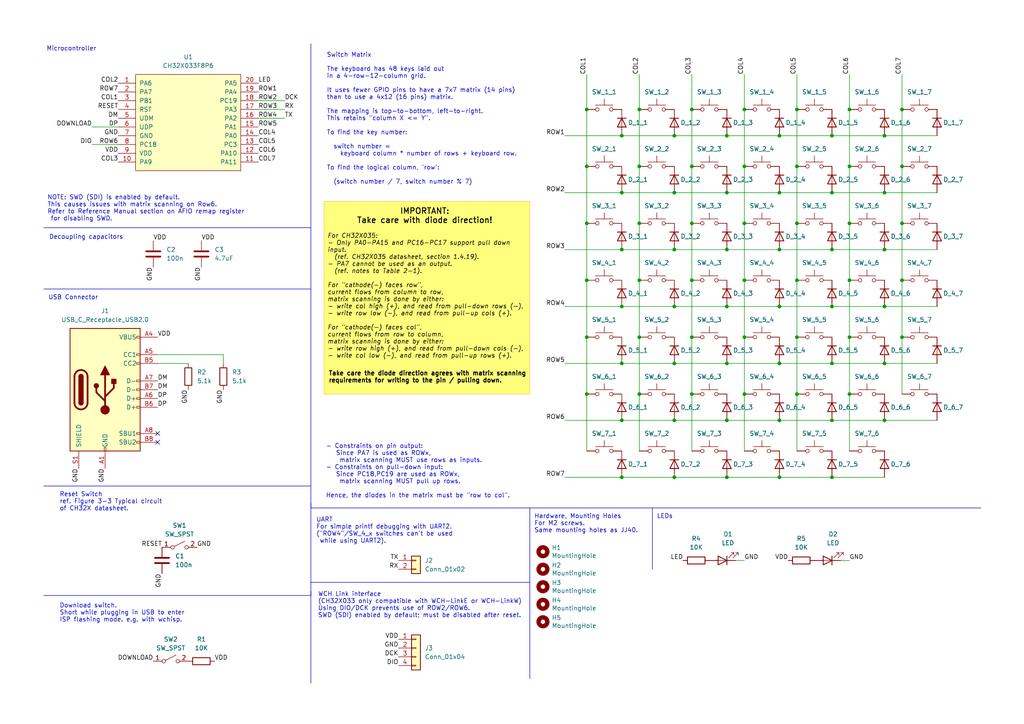
<source format=kicad_sch>
(kicad_sch (version 20231120) (generator "eeschema") (generator_version "8.0")
  (paper "A4")
  (title_block (title "CH32X-48") (date "2025-03-12") (rev "rev2025.4") (company "Richard Goulter (rgoulter)") (comment 1 "48-key on 7x7 digital matrix.") (comment 2 "Simple 4x12 ortholinear keyboard using CH32X MCU.") (comment 3 "Project: https://github.com/rgoulter/keyboard-labs"))
  (junction (at 231.14 97.79))
  (junction (at 256.54 105.41))
  (junction (at 195.58 39.37))
  (junction (at 200.66 31.75))
  (junction (at 226.06 72.39))
  (junction (at 231.14 81.28))
  (junction (at 256.54 121.92))
  (junction (at 256.54 88.9))
  (junction (at 170.18 48.26))
  (junction (at 180.34 138.43))
  (junction (at 195.58 138.43))
  (junction (at 195.58 55.88))
  (junction (at 200.66 97.79))
  (junction (at 210.82 105.41))
  (junction (at 210.82 72.39))
  (junction (at 261.62 81.28))
  (junction (at 226.06 55.88))
  (junction (at 215.9 31.75))
  (junction (at 180.34 39.37))
  (junction (at 226.06 88.9))
  (junction (at 185.42 81.28))
  (junction (at 180.34 121.92))
  (junction (at 261.62 64.77))
  (junction (at 185.42 114.3))
  (junction (at 195.58 105.41))
  (junction (at 180.34 55.88))
  (junction (at 246.38 48.26))
  (junction (at 215.9 81.28))
  (junction (at 200.66 48.26))
  (junction (at 170.18 31.75))
  (junction (at 231.14 48.26))
  (junction (at 195.58 121.92))
  (junction (at 226.06 138.43))
  (junction (at 241.3 138.43))
  (junction (at 210.82 55.88))
  (junction (at 185.42 64.77))
  (junction (at 246.38 97.79))
  (junction (at 231.14 114.3))
  (junction (at 185.42 48.26))
  (junction (at 226.06 121.92))
  (junction (at 215.9 114.3))
  (junction (at 231.14 64.77))
  (junction (at 180.34 105.41))
  (junction (at 241.3 39.37))
  (junction (at 241.3 88.9))
  (junction (at 246.38 81.28))
  (junction (at 226.06 105.41))
  (junction (at 170.18 64.77))
  (junction (at 180.34 88.9))
  (junction (at 185.42 31.75))
  (junction (at 256.54 72.39))
  (junction (at 241.3 55.88))
  (junction (at 246.38 114.3))
  (junction (at 261.62 48.26))
  (junction (at 215.9 97.79))
  (junction (at 195.58 72.39))
  (junction (at 226.06 39.37))
  (junction (at 170.18 81.28))
  (junction (at 241.3 105.41))
  (junction (at 246.38 31.75))
  (junction (at 231.14 31.75))
  (junction (at 210.82 88.9))
  (junction (at 210.82 138.43))
  (junction (at 210.82 121.92))
  (junction (at 256.54 55.88))
  (junction (at 261.62 97.79))
  (junction (at 241.3 121.92))
  (junction (at 261.62 31.75))
  (junction (at 241.3 72.39))
  (junction (at 215.9 48.26))
  (junction (at 170.18 97.79))
  (junction (at 185.42 97.79))
  (junction (at 246.38 64.77))
  (junction (at 210.82 39.37))
  (junction (at 200.66 64.77))
  (junction (at 215.9 64.77))
  (junction (at 256.54 39.37))
  (junction (at 200.66 114.3))
  (junction (at 200.66 81.28))
  (junction (at 180.34 72.39))
  (junction (at 195.58 88.9))
  (junction (at 170.18 114.3))
  (no_connect (at 45.72 125.73))
  (no_connect (at 45.72 128.27))
  (wire (pts (xy 231.14 114.3) (xy 231.14 130.81)))
  (wire (pts (xy 261.62 64.77) (xy 261.62 81.28)))
  (wire (pts (xy 215.9 21.59) (xy 215.9 31.75)))
  (polyline (pts (xy 90.17 147.32) (xy 284.48 147.32)))
  (wire (pts (xy 261.62 48.26) (xy 261.62 64.77)))
  (polyline (pts (xy 12.7 140.97) (xy 90.17 140.97)))
  (polyline (pts (xy 12.7 172.72) (xy 90.17 172.72)))
  (wire (pts (xy 241.3 138.43) (xy 256.54 138.43)))
  (wire (pts (xy 210.82 121.92) (xy 226.06 121.92)))
  (wire (pts (xy 170.18 114.3) (xy 170.18 130.81)))
  (wire (pts (xy 246.38 81.28) (xy 246.38 97.79)))
  (wire (pts (xy 163.83 121.92) (xy 180.34 121.92)))
  (wire (pts (xy 200.66 31.75) (xy 200.66 48.26)))
  (wire (pts (xy 195.58 138.43) (xy 210.82 138.43)))
  (wire (pts (xy 200.66 81.28) (xy 200.66 97.79)))
  (wire (pts (xy 200.66 64.77) (xy 200.66 81.28)))
  (polyline (pts (xy 12.7 66.04) (xy 90.17 66.04)))
  (wire (pts (xy 226.06 39.37) (xy 241.3 39.37)))
  (wire (pts (xy 210.82 88.9) (xy 226.06 88.9)))
  (wire (pts (xy 256.54 88.9) (xy 271.78 88.9)))
  (wire (pts (xy 195.58 88.9) (xy 210.82 88.9)))
  (polyline (pts (xy 90.17 172.72) (xy 90.17 171.45)))
  (wire (pts (xy 163.83 138.43) (xy 180.34 138.43)))
  (wire (pts (xy 226.06 88.9) (xy 241.3 88.9)))
  (wire (pts (xy 180.34 105.41) (xy 195.58 105.41)))
  (wire (pts (xy 215.9 81.28) (xy 215.9 97.79)))
  (wire (pts (xy 195.58 121.92) (xy 210.82 121.92)))
  (wire (pts (xy 74.93 31.75) (xy 82.55 31.75)))
  (wire (pts (xy 210.82 55.88) (xy 226.06 55.88)))
  (wire (pts (xy 256.54 55.88) (xy 271.78 55.88)))
  (wire (pts (xy 210.82 105.41) (xy 226.06 105.41)))
  (wire (pts (xy 241.3 105.41) (xy 256.54 105.41)))
  (wire (pts (xy 226.06 121.92) (xy 241.3 121.92)))
  (wire (pts (xy 210.82 138.43) (xy 226.06 138.43)))
  (wire (pts (xy 231.14 81.28) (xy 231.14 97.79)))
  (wire (pts (xy 226.06 105.41) (xy 241.3 105.41)))
  (wire (pts (xy 213.36 162.56) (xy 215.9 162.56)))
  (wire (pts (xy 241.3 88.9) (xy 256.54 88.9)))
  (wire (pts (xy 226.06 72.39) (xy 241.3 72.39)))
  (wire (pts (xy 246.38 97.79) (xy 246.38 114.3)))
  (wire (pts (xy 26.67 41.91) (xy 34.29 41.91)))
  (wire (pts (xy 246.38 48.26) (xy 246.38 64.77)))
  (wire (pts (xy 163.83 55.88) (xy 180.34 55.88)))
  (wire (pts (xy 261.62 81.28) (xy 261.62 97.79)))
  (wire (pts (xy 246.38 64.77) (xy 246.38 81.28)))
  (wire (pts (xy 185.42 81.28) (xy 185.42 97.79)))
  (wire (pts (xy 170.18 48.26) (xy 170.18 64.77)))
  (wire (pts (xy 163.83 72.39) (xy 180.34 72.39)))
  (wire (pts (xy 241.3 121.92) (xy 256.54 121.92)))
  (wire (pts (xy 185.42 31.75) (xy 185.42 48.26)))
  (wire (pts (xy 185.42 64.77) (xy 185.42 81.28)))
  (wire (pts (xy 185.42 97.79) (xy 185.42 114.3)))
  (polyline (pts (xy 90.17 12.7) (xy 90.17 147.32)))
  (wire (pts (xy 45.72 105.41) (xy 54.61 105.41)))
  (wire (pts (xy 231.14 64.77) (xy 231.14 81.28)))
  (wire (pts (xy 226.06 55.88) (xy 241.3 55.88)))
  (wire (pts (xy 256.54 121.92) (xy 271.78 121.92)))
  (wire (pts (xy 215.9 114.3) (xy 215.9 130.81)))
  (wire (pts (xy 180.34 72.39) (xy 195.58 72.39)))
  (wire (pts (xy 241.3 39.37) (xy 256.54 39.37)))
  (wire (pts (xy 170.18 97.79) (xy 170.18 114.3)))
  (wire (pts (xy 26.67 36.83) (xy 34.29 36.83)))
  (wire (pts (xy 246.38 114.3) (xy 246.38 130.81)))
  (wire (pts (xy 200.66 48.26) (xy 200.66 64.77)))
  (wire (pts (xy 45.72 102.87) (xy 64.77 102.87)))
  (wire (pts (xy 185.42 48.26) (xy 185.42 64.77)))
  (wire (pts (xy 261.62 21.59) (xy 261.62 31.75)))
  (wire (pts (xy 74.93 34.29) (xy 82.55 34.29)))
  (wire (pts (xy 170.18 64.77) (xy 170.18 81.28)))
  (wire (pts (xy 241.3 55.88) (xy 256.54 55.88)))
  (wire (pts (xy 180.34 55.88) (xy 195.58 55.88)))
  (wire (pts (xy 215.9 48.26) (xy 215.9 64.77)))
  (wire (pts (xy 256.54 105.41) (xy 271.78 105.41)))
  (wire (pts (xy 246.38 21.59) (xy 246.38 31.75)))
  (wire (pts (xy 64.77 105.41) (xy 64.77 102.87)))
  (wire (pts (xy 241.3 72.39) (xy 256.54 72.39)))
  (wire (pts (xy 256.54 39.37) (xy 271.78 39.37)))
  (wire (pts (xy 215.9 31.75) (xy 215.9 48.26)))
  (wire (pts (xy 243.84 162.56) (xy 246.38 162.56)))
  (polyline (pts (xy 189.23 147.32) (xy 189.23 165.1)))
  (wire (pts (xy 180.34 88.9) (xy 195.58 88.9)))
  (wire (pts (xy 226.06 138.43) (xy 241.3 138.43)))
  (wire (pts (xy 200.66 21.59) (xy 200.66 31.75)))
  (wire (pts (xy 180.34 121.92) (xy 195.58 121.92)))
  (wire (pts (xy 261.62 97.79) (xy 261.62 114.3)))
  (wire (pts (xy 185.42 21.59) (xy 185.42 31.75)))
  (wire (pts (xy 261.62 31.75) (xy 261.62 48.26)))
  (polyline (pts (xy 90.17 168.91) (xy 153.67 168.91)))
  (wire (pts (xy 215.9 64.77) (xy 215.9 81.28)))
  (wire (pts (xy 231.14 48.26) (xy 231.14 64.77)))
  (wire (pts (xy 200.66 97.79) (xy 200.66 114.3)))
  (wire (pts (xy 200.66 114.3) (xy 200.66 130.81)))
  (wire (pts (xy 195.58 39.37) (xy 210.82 39.37)))
  (wire (pts (xy 163.83 88.9) (xy 180.34 88.9)))
  (wire (pts (xy 246.38 31.75) (xy 246.38 48.26)))
  (wire (pts (xy 210.82 39.37) (xy 226.06 39.37)))
  (wire (pts (xy 195.58 105.41) (xy 210.82 105.41)))
  (wire (pts (xy 231.14 31.75) (xy 231.14 48.26)))
  (wire (pts (xy 163.83 39.37) (xy 180.34 39.37)))
  (polyline (pts (xy 90.17 146.05) (xy 90.17 198.12)))
  (wire (pts (xy 195.58 72.39) (xy 210.82 72.39)))
  (polyline (pts (xy 12.7 83.82) (xy 90.17 83.82)))
  (wire (pts (xy 185.42 114.3) (xy 185.42 130.81)))
  (wire (pts (xy 256.54 72.39) (xy 271.78 72.39)))
  (wire (pts (xy 215.9 97.79) (xy 215.9 114.3)))
  (wire (pts (xy 170.18 81.28) (xy 170.18 97.79)))
  (wire (pts (xy 180.34 39.37) (xy 195.58 39.37)))
  (wire (pts (xy 195.58 55.88) (xy 210.82 55.88)))
  (wire (pts (xy 231.14 97.79) (xy 231.14 114.3)))
  (wire (pts (xy 231.14 21.59) (xy 231.14 31.75)))
  (polyline (pts (xy 153.67 147.32) (xy 153.67 196.85)))
  (wire (pts (xy 170.18 31.75) (xy 170.18 48.26)))
  (wire (pts (xy 163.83 105.41) (xy 180.34 105.41)))
  (wire (pts (xy 74.93 29.21) (xy 82.55 29.21)))
  (wire (pts (xy 170.18 21.59) (xy 170.18 31.75)))
  (wire (pts (xy 180.34 138.43) (xy 195.58 138.43)))
  (wire (pts (xy 210.82 72.39) (xy 226.06 72.39)))
  (text_box "\n\n\n\nFor CH32X035:\n- Only PA0-PA15 and PC16-PC17 support pull down input.\n  (ref. CH32X035 datasheet, section 1.4.19).\n- PA7 cannot be used as an output.\n  (ref. notes to Table 2-1).\n\nFor \"cathode(-) faces row\",\ncurrent flows from column to row,\nmatrix scanning is done by either:\n- write col high (+), and read from pull-down rows (-),\n- write row low (-), and read from pull-up cols (+).\n\nFor \"cathode(-) faces col\",\ncurrent flows from row to column,\nmatrix scanning is done by either:\n- write row high (+), and read from pull-down cols (-),\n- write col low (-), and read from pull-up rows (+)." (at 93.98 58.42 0) (size 59.69 55.88) (stroke (width 0.0254) (color 255 153 0 1)) (fill (type color) (color 255 255 0 0.51)) (effects (font (size 1.27 1.27) (italic yes)) (justify left top)))
  (text "- Constraints on pin output:\n   Since PA7 is used as ROWx,\n    matrix scanning MUST use rows as inputs.\n- Constraints on pull-down input:\n   Since PC18,PC19 are used as ROWx,\n    matrix scanning MUST pull up rows.\n\nHence, the diodes in the matrix must be \"row to col\". " (at 94.488 128.778 0) (effects (font (size 1.27 1.27)) (justify left top)))
  (text "Microcontroller" (at 13.462 14.224 0) (effects (font (size 1.27 1.27)) (justify left)))
  (text "USB Connector" (at 13.97 87.122 0) (effects (font (size 1.27 1.27)) (justify left bottom)))
  (text "Reset Switch\nref. Figure 3-3 Typical circuit\nof CH32X datasheet." (at 17.272 148.336 0) (effects (font (size 1.27 1.27)) (justify left bottom)))
  (text "WCH Link interface\n(CH32X033 only compatible with WCH-LinkE or WCH-LinkW)\nUsing DIO/DCK prevents use of ROW2/ROW6.\nSWD (SDI) enabled by default; must be disabled after reset." (at 92.202 179.324 0) (effects (font (size 1.27 1.27)) (justify left bottom)))
  (text "Download switch.\nShort while plugging in USB to enter\nISP flashing mode. e.g. with wchisp." (at 17.272 180.594 0) (effects (font (size 1.27 1.27)) (justify left bottom)))
  (text "Decoupling capacitors" (at 14.224 69.596 0) (effects (font (size 1.27 1.27)) (justify left bottom)))
  (text "IMPORTANT:\nTake care with diode direction!" (at 123.19 62.738 0) (effects (font (size 1.651 1.651) (thickness 0.254) (bold yes))))
  (text "Switch Matrix\n\nThe keyboard has 48 keys laid out\nin a 4-row-12-column grid.\n\nIt uses fewer GPIO pins to have a 7x7 matrix (14 pins)\nthan to use a 4x12 (16 pins) matrix.\n\nThe mapping is top-to-bottom, left-to-right.\nThis retains \"column X <= Y\".\n\nTo find the key number:\n\n  switch number =\n    keyboard column * number of rows + keyboard row.\n\nTo find the logical column, 'row':\n\n  (switch number / 7, switch number % 7)" (at 94.742 53.594 0) (effects (font (size 1.27 1.27)) (justify left bottom)))
  (text "NOTE: SWD (SDI) is enabled by default.\nThis causes issues with matrix scanning on Row6.\nRefer to Reference Manual section on AFIO remap register\n for disabling SWD." (at 13.716 60.452 0) (effects (font (size 1.27 1.27)) (justify left)))
  (text "UART\nFor simple printf debugging with UART2.\n(\"ROW4\"/SW_4_x switches can't be used\n while using UART2)." (at 91.694 157.734 0) (effects (font (size 1.27 1.27)) (justify left bottom)))
  (text "Hardware, Mounting Holes\nFor M2 screws.\nSame mounting holes as JJ40." (at 154.94 154.686 0) (effects (font (size 1.27 1.27)) (justify left bottom)))
  (text "Take care the diode direction agrees with matrix scanning\nrequirements for writing to the pin / pulling down." (at 95.25 109.474 0) (effects (font (size 1.27 1.27) (thickness 0.254) (bold yes)) (justify left)))
  (text "LEDs\n\n" (at 190.5 152.654 0) (effects (font (size 1.27 1.27)) (justify left bottom)))
  (label "DCK" (at 82.55 29.21 0))
  (label "COL4" (at 215.9 21.59 90))
  (label "ROW2" (at 163.83 55.88 180))
  (label "DCK" (at 115.57 190.5 180))
  (label "RESET" (at 46.99 158.75 180))
  (label "TX" (at 82.55 34.29 0))
  (label "GND" (at 44.45 77.47 270))
  (label "COL1" (at 170.18 21.59 90))
  (label "RX" (at 82.55 31.75 0))
  (label "VDD" (at 44.45 69.85 0))
  (label "COL2" (at 185.42 21.59 90))
  (label "COL5" (at 231.14 21.59 90))
  (label "RESET" (at 34.29 31.75 180))
  (label "COL6" (at 74.93 44.45 0))
  (label "COL4" (at 74.93 39.37 0))
  (label "GND" (at 22.86 135.89 270))
  (label "GND" (at 215.9 162.56 0))
  (label "ROW4" (at 163.83 88.9 180))
  (label "VDD" (at 45.72 97.79 0))
  (label "GND" (at 115.57 187.96 180))
  (label "DP" (at 45.72 118.11 0))
  (label "DIO" (at 26.67 41.91 180))
  (label "GND" (at 57.15 158.75 0))
  (label "DM" (at 45.72 113.03 0))
  (label "ROW1" (at 163.83 39.37 180))
  (label "COL1" (at 34.29 29.21 180))
  (label "GND" (at 46.99 166.37 270))
  (label "GND" (at 64.77 113.03 270))
  (label "GND" (at 58.42 77.47 270))
  (label "TX" (at 115.57 162.56 180))
  (label "COL3" (at 200.66 21.59 90))
  (label "ROW5" (at 163.83 105.41 180))
  (label "DIO" (at 115.57 193.04 180))
  (label "DP" (at 34.29 36.83 180))
  (label "ROW3" (at 74.93 31.75 0))
  (label "COL2" (at 34.29 24.13 180))
  (label "LED" (at 198.12 162.56 180))
  (label "DP" (at 45.72 115.57 0))
  (label "ROW6" (at 34.29 41.91 180))
  (label "GND" (at 54.61 113.03 270))
  (label "ROW4" (at 74.93 34.29 0))
  (label "GND" (at 30.48 135.89 270))
  (label "DM" (at 34.29 34.29 180))
  (label "COL6" (at 246.38 21.59 90))
  (label "COL3" (at 34.29 46.99 180))
  (label "LED" (at 74.93 24.13 0))
  (label "ROW3" (at 163.83 72.39 180))
  (label "GND" (at 34.29 39.37 180))
  (label "VDD" (at 58.42 69.85 0))
  (label "ROW7" (at 34.29 26.67 180))
  (label "RX" (at 115.57 165.1 180))
  (label "ROW5" (at 74.93 36.83 0))
  (label "VDD" (at 228.6 162.56 180))
  (label "COL5" (at 74.93 41.91 0))
  (label "COL7" (at 74.93 46.99 0))
  (label "DOWNLOAD" (at 26.67 36.83 180))
  (label "COL7" (at 261.62 21.59 90))
  (label "ROW2" (at 74.93 29.21 0))
  (label "DM" (at 45.72 110.49 0))
  (label "VDD" (at 34.29 44.45 180))
  (label "VDD" (at 62.23 191.77 0))
  (label "ROW6" (at 163.83 121.92 180))
  (label "ROW1" (at 74.93 26.67 0))
  (label "VDD" (at 115.57 185.42 180))
  (label "ROW7" (at 163.83 138.43 180))
  (label "DOWNLOAD" (at 44.45 191.77 180))
  (label "GND" (at 246.38 162.56 0))
  (symbol (lib_id "Switch:SW_SPST") (at 52.07 158.75 0) (unit 1)
    (property "Reference" "SW1" (at 52.07 152.4 0))
    (property "Value" "SW_SPST" (at 52.07 154.94 0))
    (property "Footprint" "Connector_Wire:SolderWire-0.5sqmm_1x02_P4.6mm_D0.9mm_OD2.1mm" (effects (hide yes)))
  )
  (symbol (lib_id "Device:D") (at 180.34 85.09 270) (unit 1)
    (property "Reference" "D_4_1" (at 187.96 85.09 90) (effects (justify right)))
    (property "Value" "1N4148" (effects (hide yes)))
    (property "Footprint" "Diode_SMD:D_1206_3216Metric" (effects (hide yes)))
    (property "Description" "Diode (Through-hole or 0805)" (effects (hide yes)))
    (property "LCSC" "C9808" (effects (hide yes)))
  )
  (symbol (lib_id "Switch:SW_Push") (at 251.46 114.3 0) (unit 1)
    (property "Reference" "SW_6_6" (at 251.46 109.22 0))
    (property "Value" "MX-compatible" (effects (hide yes)))
    (property "Footprint" "ProjectLocal:SW_Cherry_MX_PCB_1.00u_BSilkRef" (effects (hide yes)))
    (property "Description" "Mechanical Keyboard Switch" (effects (hide yes)))
  )
  (symbol (lib_id "Device:R") (at 201.93 162.56 90) (unit 1)
    (property "Reference" "R4" (at 201.93 156.21 90))
    (property "Value" "10K" (at 201.93 158.75 90))
    (property "Footprint" "Resistor_SMD:R_0805_2012Metric" (effects (hide yes)))
    (property "LCSC" "C17414" (effects (hide yes)))
  )
  (symbol (lib_id "Switch:SW_Push") (at 190.5 64.77 0) (unit 1)
    (property "Reference" "SW_3_2" (at 190.5 59.69 0))
    (property "Value" "MX-compatible" (effects (hide yes)))
    (property "Footprint" "ProjectLocal:SW_Cherry_MX_PCB_1.00u_BSilkRef" (effects (hide yes)))
    (property "Description" "Mechanical Keyboard Switch" (effects (hide yes)))
  )
  (symbol (lib_id "Connector_Generic:Conn_01x04") (at 120.65 187.96 0) (unit 1)
    (property "Reference" "J3" (at 123.19 187.9599 0) (effects (justify left)))
    (property "Value" "Conn_01x04" (at 123.19 190.4999 0) (effects (justify left)))
    (property "Footprint" "Connector_PinHeader_2.54mm:PinHeader_1x04_P2.54mm_Vertical" (effects (hide yes)))
    (property "Description" "Generic connector, single row, 01x04, script generated (kicad-library-utils/schlib/autogen/connector/)" (effects (hide yes)))
  )
  (symbol (lib_id "Device:D") (at 195.58 118.11 270) (unit 1)
    (property "Reference" "D_6_2" (at 203.2 118.11 90) (effects (justify right)))
    (property "Value" "1N4148" (effects (hide yes)))
    (property "Footprint" "Diode_SMD:D_1206_3216Metric" (effects (hide yes)))
    (property "Description" "Diode (Through-hole or 0805)" (effects (hide yes)))
    (property "LCSC" "C9808" (effects (hide yes)))
  )
  (symbol (lib_id "Switch:SW_Push") (at 220.98 130.81 0) (unit 1)
    (property "Reference" "SW_7_4" (at 220.98 125.73 0))
    (property "Value" "MX-compatible" (effects (hide yes)))
    (property "Footprint" "ProjectLocal:SW_Cherry_MX_PCB_1.00u_BSilkRef" (effects (hide yes)))
    (property "Description" "Mechanical Keyboard Switch" (effects (hide yes)))
  )
  (symbol (lib_id "Switch:SW_Push") (at 205.74 114.3 0) (unit 1)
    (property "Reference" "SW_6_3" (at 205.74 109.22 0))
    (property "Value" "MX-compatible" (effects (hide yes)))
    (property "Footprint" "ProjectLocal:SW_Cherry_MX_PCB_1.00u_BSilkRef" (effects (hide yes)))
    (property "Description" "Mechanical Keyboard Switch" (effects (hide yes)))
  )
  (symbol (lib_id "Device:D") (at 241.3 85.09 270) (unit 1)
    (property "Reference" "D_4_5" (at 248.92 85.09 90) (effects (justify right)))
    (property "Value" "1N4148" (effects (hide yes)))
    (property "Footprint" "Diode_SMD:D_1206_3216Metric" (effects (hide yes)))
    (property "Description" "Diode (Through-hole or 0805)" (effects (hide yes)))
    (property "LCSC" "C9808" (effects (hide yes)))
  )
  (symbol (lib_id "Device:D") (at 241.3 35.56 270) (unit 1)
    (property "Reference" "D_1_5" (at 248.92 35.56 90) (effects (justify right)))
    (property "Value" "1N4148" (effects (hide yes)))
    (property "Footprint" "Diode_SMD:D_1206_3216Metric" (effects (hide yes)))
    (property "Description" "Diode (Through-hole or 0805)" (effects (hide yes)))
    (property "LCSC" "C9808" (effects (hide yes)))
  )
  (symbol (lib_id "Device:D") (at 210.82 85.09 270) (unit 1)
    (property "Reference" "D_4_3" (at 218.44 85.09 90) (effects (justify right)))
    (property "Value" "1N4148" (effects (hide yes)))
    (property "Footprint" "Diode_SMD:D_1206_3216Metric" (effects (hide yes)))
    (property "Description" "Diode (Through-hole or 0805)" (effects (hide yes)))
    (property "LCSC" "C9808" (effects (hide yes)))
  )
  (symbol (lib_id "Switch:SW_Push") (at 220.98 81.28 0) (unit 1)
    (property "Reference" "SW_4_4" (at 220.98 76.2 0))
    (property "Value" "MX-compatible" (effects (hide yes)))
    (property "Footprint" "ProjectLocal:SW_Cherry_MX_PCB_1.00u_BSilkRef" (effects (hide yes)))
    (property "Description" "Mechanical Keyboard Switch" (effects (hide yes)))
  )
  (symbol (lib_id "Switch:SW_Push") (at 190.5 31.75 0) (unit 1)
    (property "Reference" "SW_1_2" (at 190.5 26.67 0))
    (property "Value" "MX-compatible" (effects (hide yes)))
    (property "Footprint" "ProjectLocal:SW_Cherry_MX_PCB_1.00u_BSilkRef" (effects (hide yes)))
    (property "Description" "Mechanical Keyboard Switch" (effects (hide yes)))
  )
  (symbol (lib_id "Switch:SW_Push") (at 220.98 31.75 0) (unit 1)
    (property "Reference" "SW_1_4" (at 220.98 26.67 0))
    (property "Value" "MX-compatible" (effects (hide yes)))
    (property "Footprint" "ProjectLocal:SW_Cherry_MX_PCB_1.00u_BSilkRef" (effects (hide yes)))
    (property "Description" "Mechanical Keyboard Switch" (effects (hide yes)))
  )
  (symbol (lib_id "Mechanical:MountingHole") (at 157.48 170.18 0) (unit 1)
    (property "Reference" "H3" (at 160.02 169.0116 0) (effects (justify left)))
    (property "Value" "MountingHole" (at 160.02 171.323 0) (effects (justify left)))
    (property "Footprint" "MountingHole:MountingHole_2.2mm_M2_DIN965" (effects (hide yes)))
  )
  (symbol (lib_id "Device:R") (at 54.61 109.22 0) (unit 1)
    (property "Reference" "R2" (at 57.15 107.9499 0) (effects (justify left)))
    (property "Value" "5.1k" (at 57.15 110.4899 0) (effects (justify left)))
    (property "Footprint" "Resistor_SMD:R_0805_2012Metric" (effects (hide yes)))
    (property "LCSC" "C27834" (effects (hide yes)))
  )
  (symbol (lib_id "Device:D") (at 180.34 134.62 270) (unit 1)
    (property "Reference" "D_7_1" (at 187.96 134.62 90) (effects (justify right)))
    (property "Value" "1N4148" (effects (hide yes)))
    (property "Footprint" "Diode_SMD:D_1206_3216Metric" (effects (hide yes)))
    (property "Description" "Diode (Through-hole or 0805)" (effects (hide yes)))
    (property "LCSC" "C9808" (effects (hide yes)))
  )
  (symbol (lib_id "Mechanical:MountingHole") (at 157.48 165.1 0) (unit 1)
    (property "Reference" "H2" (at 160.02 163.9316 0) (effects (justify left)))
    (property "Value" "MountingHole" (at 160.02 166.243 0) (effects (justify left)))
    (property "Footprint" "MountingHole:MountingHole_2.2mm_M2_DIN965" (effects (hide yes)))
  )
  (symbol (lib_id "Device:D") (at 256.54 68.58 270) (unit 1)
    (property "Reference" "D_3_6" (at 264.16 68.58 90) (effects (justify right)))
    (property "Value" "1N4148" (effects (hide yes)))
    (property "Footprint" "Diode_SMD:D_1206_3216Metric" (effects (hide yes)))
    (property "Description" "Diode (Through-hole or 0805)" (effects (hide yes)))
    (property "LCSC" "C9808" (effects (hide yes)))
  )
  (symbol (lib_id "Device:D") (at 241.3 134.62 270) (unit 1)
    (property "Reference" "D_7_5" (at 248.92 134.62 90) (effects (justify right)))
    (property "Value" "1N4148" (effects (hide yes)))
    (property "Footprint" "Diode_SMD:D_1206_3216Metric" (effects (hide yes)))
    (property "Description" "Diode (Through-hole or 0805)" (effects (hide yes)))
    (property "LCSC" "C9808" (effects (hide yes)))
  )
  (symbol (lib_id "Device:D") (at 210.82 134.62 270) (unit 1)
    (property "Reference" "D_7_3" (at 218.44 134.62 90) (effects (justify right)))
    (property "Value" "1N4148" (effects (hide yes)))
    (property "Footprint" "Diode_SMD:D_1206_3216Metric" (effects (hide yes)))
    (property "Description" "Diode (Through-hole or 0805)" (effects (hide yes)))
    (property "LCSC" "C9808" (effects (hide yes)))
  )
  (symbol (lib_id "Switch:SW_Push") (at 251.46 31.75 0) (unit 1)
    (property "Reference" "SW_1_6" (at 251.46 26.67 0))
    (property "Value" "MX-compatible" (effects (hide yes)))
    (property "Footprint" "ProjectLocal:SW_Cherry_MX_PCB_1.00u_BSilkRef" (effects (hide yes)))
    (property "Description" "Mechanical Keyboard Switch" (effects (hide yes)))
  )
  (symbol (lib_id "Device:D") (at 226.06 85.09 270) (unit 1)
    (property "Reference" "D_4_4" (at 233.68 85.09 90) (effects (justify right)))
    (property "Value" "1N4148" (effects (hide yes)))
    (property "Footprint" "Diode_SMD:D_1206_3216Metric" (effects (hide yes)))
    (property "Description" "Diode (Through-hole or 0805)" (effects (hide yes)))
    (property "LCSC" "C9808" (effects (hide yes)))
  )
  (symbol (lib_id "Device:D") (at 256.54 134.62 270) (unit 1)
    (property "Reference" "D_7_6" (at 264.16 134.62 90) (effects (justify right)))
    (property "Value" "1N4148" (effects (hide yes)))
    (property "Footprint" "Diode_SMD:D_1206_3216Metric" (effects (hide yes)))
    (property "Description" "Diode (Through-hole or 0805)" (effects (hide yes)))
    (property "LCSC" "C9808" (effects (hide yes)))
  )
  (symbol (lib_id "Device:D") (at 226.06 101.6 270) (unit 1)
    (property "Reference" "D_5_4" (at 233.68 101.6 90) (effects (justify right)))
    (property "Value" "1N4148" (effects (hide yes)))
    (property "Footprint" "Diode_SMD:D_1206_3216Metric" (effects (hide yes)))
    (property "Description" "Diode (Through-hole or 0805)" (effects (hide yes)))
    (property "LCSC" "C9808" (effects (hide yes)))
  )
  (symbol (lib_id "Device:D") (at 271.78 118.11 270) (unit 1)
    (property "Reference" "D_6_7" (at 279.4 118.11 90) (effects (justify right)))
    (property "Value" "1N4148" (effects (hide yes)))
    (property "Footprint" "Diode_SMD:D_1206_3216Metric" (effects (hide yes)))
    (property "Description" "Diode (Through-hole or 0805)" (effects (hide yes)))
    (property "LCSC" "C9808" (effects (hide yes)))
  )
  (symbol (lib_id "Device:D") (at 241.3 68.58 270) (unit 1)
    (property "Reference" "D_3_5" (at 248.92 68.58 90) (effects (justify right)))
    (property "Value" "1N4148" (effects (hide yes)))
    (property "Footprint" "Diode_SMD:D_1206_3216Metric" (effects (hide yes)))
    (property "Description" "Diode (Through-hole or 0805)" (effects (hide yes)))
    (property "LCSC" "C9808" (effects (hide yes)))
  )
  (symbol (lib_id "Device:C") (at 46.99 162.56 0) (unit 1)
    (property "Reference" "C1" (at 50.8 161.29 0) (effects (justify left)))
    (property "Value" "100n" (at 50.8 163.83 0) (effects (justify left)))
    (property "Footprint" "Capacitor_SMD:C_0805_2012Metric" (effects (hide yes)))
    (property "LCSC" "C49678" (effects (hide yes)))
  )
  (symbol (lib_id "Switch:SW_Push") (at 175.26 97.79 0) (unit 1)
    (property "Reference" "SW_5_1" (at 175.26 92.71 0))
    (property "Value" "MX-compatible" (effects (hide yes)))
    (property "Footprint" "ProjectLocal:SW_Cherry_MX_PCB_1.00u_BSilkRef" (effects (hide yes)))
    (property "Description" "Mechanical Keyboard Switch" (effects (hide yes)))
  )
  (symbol (lib_id "Switch:SW_Push") (at 266.7 114.3 0) (unit 1)
    (property "Reference" "SW_6_7" (at 266.7 109.22 0))
    (property "Value" "MX-compatible" (effects (hide yes)))
    (property "Footprint" "ProjectLocal:SW_Cherry_MX_PCB_1.00u_BSilkRef" (effects (hide yes)))
    (property "Description" "Mechanical Keyboard Switch" (effects (hide yes)))
  )
  (symbol (lib_id "Device:D") (at 226.06 134.62 270) (unit 1)
    (property "Reference" "D_7_4" (at 233.68 134.62 90) (effects (justify right)))
    (property "Value" "1N4148" (effects (hide yes)))
    (property "Footprint" "Diode_SMD:D_1206_3216Metric" (effects (hide yes)))
    (property "Description" "Diode (Through-hole or 0805)" (effects (hide yes)))
    (property "LCSC" "C9808" (effects (hide yes)))
  )
  (symbol (lib_id "Connector:USB_C_Receptacle_USB2.0") (at 30.48 113.03 0) (unit 1)
    (property "Reference" "J1" (at 30.48 90.17 0))
    (property "Value" "USB_C_Receptacle_USB2.0" (at 30.48 92.71 0))
    (property "Footprint" "Connector_USB:USB_C_Receptacle_HRO_TYPE-C-31-M-12" (effects (hide yes)))
    (property "Datasheet" "https://www.usb.org/sites/default/files/documents/usb_type-c.zip" (effects (hide yes)))
  )
  (symbol (lib_id "Switch:SW_SPST") (at 49.53 191.77 0) (unit 1)
    (property "Reference" "SW2" (at 49.53 185.42 0))
    (property "Value" "SW_SPST" (at 49.53 187.96 0))
    (property "Footprint" "Connector_Wire:SolderWire-0.5sqmm_1x02_P4.6mm_D0.9mm_OD2.1mm" (effects (hide yes)))
  )
  (symbol (lib_id "Device:D") (at 271.78 68.58 270) (unit 1)
    (property "Reference" "D_3_7" (at 279.4 68.58 90) (effects (justify right)))
    (property "Value" "1N4148" (effects (hide yes)))
    (property "Footprint" "Diode_SMD:D_1206_3216Metric" (effects (hide yes)))
    (property "Description" "Diode (Through-hole or 0805)" (effects (hide yes)))
    (property "LCSC" "C9808" (effects (hide yes)))
  )
  (symbol (lib_id "Switch:SW_Push") (at 236.22 64.77 0) (unit 1)
    (property "Reference" "SW_3_5" (at 236.22 59.69 0))
    (property "Value" "MX-compatible" (effects (hide yes)))
    (property "Footprint" "ProjectLocal:SW_Cherry_MX_PCB_1.00u_BSilkRef" (effects (hide yes)))
    (property "Description" "Mechanical Keyboard Switch" (effects (hide yes)))
  )
  (symbol (lib_id "Device:C") (at 44.45 73.66 0) (unit 1)
    (property "Reference" "C2" (at 48.26 72.39 0) (effects (justify left)))
    (property "Value" "100n" (at 48.26 74.93 0) (effects (justify left)))
    (property "Footprint" "Capacitor_SMD:C_0805_2012Metric" (effects (hide yes)))
    (property "LCSC" "C49678" (effects (hide yes)))
  )
  (symbol (lib_id "Switch:SW_Push") (at 175.26 48.26 0) (unit 1)
    (property "Reference" "SW_2_1" (at 175.26 43.18 0))
    (property "Value" "MX-compatible" (effects (hide yes)))
    (property "Footprint" "ProjectLocal:SW_Cherry_MX_PCB_1.00u_BSilkRef" (effects (hide yes)))
    (property "Description" "Mechanical Keyboard Switch" (effects (hide yes)))
  )
  (symbol (lib_id "Switch:SW_Push") (at 205.74 81.28 0) (unit 1)
    (property "Reference" "SW_4_3" (at 205.74 76.2 0))
    (property "Value" "MX-compatible" (effects (hide yes)))
    (property "Footprint" "ProjectLocal:SW_Cherry_MX_PCB_1.00u_BSilkRef" (effects (hide yes)))
    (property "Description" "Mechanical Keyboard Switch" (effects (hide yes)))
  )
  (symbol (lib_id "Device:D") (at 256.54 118.11 270) (unit 1)
    (property "Reference" "D_6_6" (at 264.16 118.11 90) (effects (justify right)))
    (property "Value" "1N4148" (effects (hide yes)))
    (property "Footprint" "Diode_SMD:D_1206_3216Metric" (effects (hide yes)))
    (property "Description" "Diode (Through-hole or 0805)" (effects (hide yes)))
    (property "LCSC" "C9808" (effects (hide yes)))
  )
  (symbol (lib_id "Switch:SW_Push") (at 236.22 114.3 0) (unit 1)
    (property "Reference" "SW_6_5" (at 236.22 109.22 0))
    (property "Value" "MX-compatible" (effects (hide yes)))
    (property "Footprint" "ProjectLocal:SW_Cherry_MX_PCB_1.00u_BSilkRef" (effects (hide yes)))
    (property "Description" "Mechanical Keyboard Switch" (effects (hide yes)))
  )
  (symbol (lib_id "Switch:SW_Push") (at 190.5 97.79 0) (unit 1)
    (property "Reference" "SW_5_2" (at 190.5 92.71 0))
    (property "Value" "MX-compatible" (effects (hide yes)))
    (property "Footprint" "ProjectLocal:SW_Cherry_MX_PCB_1.00u_BSilkRef" (effects (hide yes)))
    (property "Description" "Mechanical Keyboard Switch" (effects (hide yes)))
  )
  (symbol (lib_id "Device:D") (at 195.58 52.07 270) (unit 1)
    (property "Reference" "D_2_2" (at 203.2 52.07 90) (effects (justify right)))
    (property "Value" "1N4148" (effects (hide yes)))
    (property "Footprint" "Diode_SMD:D_1206_3216Metric" (effects (hide yes)))
    (property "Description" "Diode (Through-hole or 0805)" (effects (hide yes)))
    (property "LCSC" "C9808" (effects (hide yes)))
  )
  (symbol (lib_id "Switch:SW_Push") (at 236.22 31.75 0) (unit 1)
    (property "Reference" "SW_1_5" (at 236.22 26.67 0))
    (property "Value" "MX-compatible" (effects (hide yes)))
    (property "Footprint" "ProjectLocal:SW_Cherry_MX_PCB_1.00u_BSilkRef" (effects (hide yes)))
    (property "Description" "Mechanical Keyboard Switch" (effects (hide yes)))
  )
  (symbol (lib_id "Switch:SW_Push") (at 205.74 31.75 0) (unit 1)
    (property "Reference" "SW_1_3" (at 205.74 26.67 0))
    (property "Value" "MX-compatible" (effects (hide yes)))
    (property "Footprint" "ProjectLocal:SW_Cherry_MX_PCB_1.00u_BSilkRef" (effects (hide yes)))
    (property "Description" "Mechanical Keyboard Switch" (effects (hide yes)))
  )
  (symbol (lib_id "Switch:SW_Push") (at 266.7 81.28 0) (unit 1)
    (property "Reference" "SW_4_7" (at 266.7 76.2 0))
    (property "Value" "MX-compatible" (effects (hide yes)))
    (property "Footprint" "ProjectLocal:SW_Cherry_MX_PCB_1.00u_BSilkRef" (effects (hide yes)))
    (property "Description" "Mechanical Keyboard Switch" (effects (hide yes)))
  )
  (symbol (lib_id "Device:D") (at 180.34 52.07 270) (unit 1)
    (property "Reference" "D_2_1" (at 187.96 52.07 90) (effects (justify right)))
    (property "Value" "1N4148" (effects (hide yes)))
    (property "Footprint" "Diode_SMD:D_1206_3216Metric" (effects (hide yes)))
    (property "Description" "Diode (Through-hole or 0805)" (effects (hide yes)))
    (property "LCSC" "C9808" (effects (hide yes)))
  )
  (symbol (lib_id "Switch:SW_Push") (at 190.5 81.28 0) (unit 1)
    (property "Reference" "SW_4_2" (at 190.5 76.2 0))
    (property "Value" "MX-compatible" (effects (hide yes)))
    (property "Footprint" "ProjectLocal:SW_Cherry_MX_PCB_1.00u_BSilkRef" (effects (hide yes)))
    (property "Description" "Mechanical Keyboard Switch" (effects (hide yes)))
  )
  (symbol (lib_id "Device:D") (at 241.3 118.11 270) (unit 1)
    (property "Reference" "D_6_5" (at 248.92 118.11 90) (effects (justify right)))
    (property "Value" "1N4148" (effects (hide yes)))
    (property "Footprint" "Diode_SMD:D_1206_3216Metric" (effects (hide yes)))
    (property "Description" "Diode (Through-hole or 0805)" (effects (hide yes)))
    (property "LCSC" "C9808" (effects (hide yes)))
  )
  (symbol (lib_id "Device:D") (at 210.82 52.07 270) (unit 1)
    (property "Reference" "D_2_3" (at 218.44 52.07 90) (effects (justify right)))
    (property "Value" "1N4148" (effects (hide yes)))
    (property "Footprint" "Diode_SMD:D_1206_3216Metric" (effects (hide yes)))
    (property "Description" "Diode (Through-hole or 0805)" (effects (hide yes)))
    (property "LCSC" "C9808" (effects (hide yes)))
  )
  (symbol (lib_id "Device:D") (at 195.58 134.62 270) (unit 1)
    (property "Reference" "D_7_2" (at 203.2 134.62 90) (effects (justify right)))
    (property "Value" "1N4148" (effects (hide yes)))
    (property "Footprint" "Diode_SMD:D_1206_3216Metric" (effects (hide yes)))
    (property "Description" "Diode (Through-hole or 0805)" (effects (hide yes)))
    (property "LCSC" "C9808" (effects (hide yes)))
  )
  (symbol (lib_id "Device:D") (at 226.06 52.07 270) (unit 1)
    (property "Reference" "D_2_4" (at 233.68 52.07 90) (effects (justify right)))
    (property "Value" "1N4148" (effects (hide yes)))
    (property "Footprint" "Diode_SMD:D_1206_3216Metric" (effects (hide yes)))
    (property "Description" "Diode (Through-hole or 0805)" (effects (hide yes)))
    (property "LCSC" "C9808" (effects (hide yes)))
  )
  (symbol (lib_id "Switch:SW_Push") (at 236.22 130.81 0) (unit 1)
    (property "Reference" "SW_7_5" (at 236.22 125.73 0))
    (property "Value" "MX-compatible" (effects (hide yes)))
    (property "Footprint" "ProjectLocal:SW_Cherry_MX_PCB_1.00u_BSilkRef" (effects (hide yes)))
    (property "Description" "Mechanical Keyboard Switch" (effects (hide yes)))
  )
  (symbol (lib_id "Switch:SW_Push") (at 251.46 81.28 0) (unit 1)
    (property "Reference" "SW_4_6" (at 251.46 76.2 0))
    (property "Value" "MX-compatible" (effects (hide yes)))
    (property "Footprint" "ProjectLocal:SW_Cherry_MX_PCB_1.00u_BSilkRef" (effects (hide yes)))
    (property "Description" "Mechanical Keyboard Switch" (effects (hide yes)))
  )
  (symbol (lib_id "Device:D") (at 195.58 101.6 270) (unit 1)
    (property "Reference" "D_5_2" (at 203.2 101.6 90) (effects (justify right)))
    (property "Value" "1N4148" (effects (hide yes)))
    (property "Footprint" "Diode_SMD:D_1206_3216Metric" (effects (hide yes)))
    (property "Description" "Diode (Through-hole or 0805)" (effects (hide yes)))
    (property "LCSC" "C9808" (effects (hide yes)))
  )
  (symbol (lib_id "Switch:SW_Push") (at 190.5 48.26 0) (unit 1)
    (property "Reference" "SW_2_2" (at 190.5 43.18 0))
    (property "Value" "MX-compatible" (effects (hide yes)))
    (property "Footprint" "ProjectLocal:SW_Cherry_MX_PCB_1.00u_BSilkRef" (effects (hide yes)))
    (property "Description" "Mechanical Keyboard Switch" (effects (hide yes)))
  )
  (symbol (lib_id "Switch:SW_Push") (at 205.74 97.79 0) (unit 1)
    (property "Reference" "SW_5_3" (at 205.74 92.71 0))
    (property "Value" "MX-compatible" (effects (hide yes)))
    (property "Footprint" "ProjectLocal:SW_Cherry_MX_PCB_1.00u_BSilkRef" (effects (hide yes)))
    (property "Description" "Mechanical Keyboard Switch" (effects (hide yes)))
  )
  (symbol (lib_id "Device:D") (at 271.78 85.09 270) (unit 1)
    (property "Reference" "D_4_7" (at 279.4 85.09 90) (effects (justify right)))
    (property "Value" "1N4148" (effects (hide yes)))
    (property "Footprint" "Diode_SMD:D_1206_3216Metric" (effects (hide yes)))
    (property "Description" "Diode (Through-hole or 0805)" (effects (hide yes)))
    (property "LCSC" "C9808" (effects (hide yes)))
  )
  (symbol (lib_id "Device:D") (at 241.3 101.6 270) (unit 1)
    (property "Reference" "D_5_5" (at 248.92 101.6 90) (effects (justify right)))
    (property "Value" "1N4148" (effects (hide yes)))
    (property "Footprint" "Diode_SMD:D_1206_3216Metric" (effects (hide yes)))
    (property "Description" "Diode (Through-hole or 0805)" (effects (hide yes)))
    (property "LCSC" "C9808" (effects (hide yes)))
  )
  (symbol (lib_id "Device:D") (at 210.82 35.56 270) (unit 1)
    (property "Reference" "D_1_3" (at 218.44 35.56 90) (effects (justify right)))
    (property "Value" "1N4148" (effects (hide yes)))
    (property "Footprint" "Diode_SMD:D_1206_3216Metric" (effects (hide yes)))
    (property "Description" "Diode (Through-hole or 0805)" (effects (hide yes)))
    (property "LCSC" "C9808" (effects (hide yes)))
  )
  (symbol (lib_id "Device:C") (at 58.42 73.66 0) (unit 1)
    (property "Reference" "C3" (at 62.23 72.3899 0) (effects (justify left)))
    (property "Value" "4.7uF" (at 62.23 74.9299 0) (effects (justify left)))
    (property "Footprint" "Capacitor_SMD:C_0805_2012Metric" (effects (hide yes)))
    (property "LCSC" "C49678" (effects (hide yes)))
  )
  (symbol (lib_id "Device:D") (at 195.58 68.58 270) (unit 1)
    (property "Reference" "D_3_2" (at 203.2 68.58 90) (effects (justify right)))
    (property "Value" "1N4148" (effects (hide yes)))
    (property "Footprint" "Diode_SMD:D_1206_3216Metric" (effects (hide yes)))
    (property "Description" "Diode (Through-hole or 0805)" (effects (hide yes)))
    (property "LCSC" "C9808" (effects (hide yes)))
  )
  (symbol (lib_id "Device:D") (at 271.78 101.6 270) (unit 1)
    (property "Reference" "D_5_7" (at 279.4 101.6 90) (effects (justify right)))
    (property "Value" "1N4148" (effects (hide yes)))
    (property "Footprint" "Diode_SMD:D_1206_3216Metric" (effects (hide yes)))
    (property "Description" "Diode (Through-hole or 0805)" (effects (hide yes)))
    (property "LCSC" "C9808" (effects (hide yes)))
  )
  (symbol (lib_id "Switch:SW_Push") (at 236.22 48.26 0) (unit 1)
    (property "Reference" "SW_2_5" (at 236.22 43.18 0))
    (property "Value" "MX-compatible" (effects (hide yes)))
    (property "Footprint" "ProjectLocal:SW_Cherry_MX_PCB_1.00u_BSilkRef" (effects (hide yes)))
    (property "Description" "Mechanical Keyboard Switch" (effects (hide yes)))
  )
  (symbol (lib_id "Switch:SW_Push") (at 251.46 48.26 0) (unit 1)
    (property "Reference" "SW_2_6" (at 251.46 43.18 0))
    (property "Value" "MX-compatible" (effects (hide yes)))
    (property "Footprint" "ProjectLocal:SW_Cherry_MX_PCB_1.00u_BSilkRef" (effects (hide yes)))
    (property "Description" "Mechanical Keyboard Switch" (effects (hide yes)))
  )
  (symbol (lib_id "Device:R") (at 58.42 191.77 90) (unit 1)
    (property "Reference" "R1" (at 58.42 185.42 90))
    (property "Value" "10K" (at 58.42 187.96 90))
    (property "Footprint" "Resistor_SMD:R_0805_2012Metric" (effects (hide yes)))
    (property "LCSC" "C17414" (effects (hide yes)))
  )
  (symbol (lib_id "Device:D") (at 271.78 52.07 270) (unit 1)
    (property "Reference" "D_2_7" (at 279.4 52.07 90) (effects (justify right)))
    (property "Value" "1N4148" (effects (hide yes)))
    (property "Footprint" "Diode_SMD:D_1206_3216Metric" (effects (hide yes)))
    (property "Description" "Diode (Through-hole or 0805)" (effects (hide yes)))
    (property "LCSC" "C9808" (effects (hide yes)))
  )
  (symbol (lib_id "Switch:SW_Push") (at 205.74 64.77 0) (unit 1)
    (property "Reference" "SW_3_3" (at 205.74 59.69 0))
    (property "Value" "MX-compatible" (effects (hide yes)))
    (property "Footprint" "ProjectLocal:SW_Cherry_MX_PCB_1.00u_BSilkRef" (effects (hide yes)))
    (property "Description" "Mechanical Keyboard Switch" (effects (hide yes)))
  )
  (symbol (lib_id "Device:D") (at 226.06 35.56 270) (unit 1)
    (property "Reference" "D_1_4" (at 233.68 35.56 90) (effects (justify right)))
    (property "Value" "1N4148" (effects (hide yes)))
    (property "Footprint" "Diode_SMD:D_1206_3216Metric" (effects (hide yes)))
    (property "Description" "Diode (Through-hole or 0805)" (effects (hide yes)))
    (property "LCSC" "C9808" (effects (hide yes)))
  )
  (symbol (lib_id "Device:D") (at 241.3 52.07 270) (unit 1)
    (property "Reference" "D_2_5" (at 248.92 52.07 90) (effects (justify right)))
    (property "Value" "1N4148" (effects (hide yes)))
    (property "Footprint" "Diode_SMD:D_1206_3216Metric" (effects (hide yes)))
    (property "Description" "Diode (Through-hole or 0805)" (effects (hide yes)))
    (property "LCSC" "C9808" (effects (hide yes)))
  )
  (symbol (lib_id "Switch:SW_Push") (at 236.22 81.28 0) (unit 1)
    (property "Reference" "SW_4_5" (at 236.22 76.2 0))
    (property "Value" "MX-compatible" (effects (hide yes)))
    (property "Footprint" "ProjectLocal:SW_Cherry_MX_PCB_1.00u_BSilkRef" (effects (hide yes)))
    (property "Description" "Mechanical Keyboard Switch" (effects (hide yes)))
  )
  (symbol (lib_id "Device:LED") (at 240.03 162.56 180) (unit 1)
    (property "Reference" "D2" (at 241.6175 154.94 0))
    (property "Value" "LED" (at 241.6175 157.48 0))
    (property "Footprint" "LED_SMD:LED_0805_2012Metric" (effects (hide yes)))
    (property "Description" "Light emitting diode" (effects (hide yes)))
  )
  (symbol (lib_id "ProjectLocal:CH32X033F8P6") (at 54.61 46.99 0) (unit 1)
    (property "Reference" "U1" (at 54.61 16.51 0))
    (property "Value" "CH32X033F8P6" (at 54.61 19.05 0))
    (property "Footprint" "Package_SO:TSSOP-20_4.4x6.5mm_P0.65mm" (effects (hide yes)))
    (property "Description" "CH32X033F8P6" (effects (hide yes)))
    (pin "4" (alternate "RST"))
    (pin "5" (alternate "UDM"))
    (pin "16" (alternate "PA2"))
    (pin "17" (alternate "PA3"))
    (pin "6" (alternate "UDP"))
    (pin "18" (alternate "PC19"))
    (pin "8" (alternate "PC18"))
  )
  (symbol (lib_id "Switch:SW_Push") (at 175.26 130.81 0) (unit 1)
    (property "Reference" "SW_7_1" (at 175.26 125.73 0))
    (property "Value" "MX-compatible" (effects (hide yes)))
    (property "Footprint" "ProjectLocal:SW_Cherry_MX_PCB_1.00u_BSilkRef" (effects (hide yes)))
    (property "Description" "Mechanical Keyboard Switch" (effects (hide yes)))
  )
  (symbol (lib_id "Switch:SW_Push") (at 236.22 97.79 0) (unit 1)
    (property "Reference" "SW_5_5" (at 236.22 92.71 0))
    (property "Value" "MX-compatible" (effects (hide yes)))
    (property "Footprint" "ProjectLocal:SW_Cherry_MX_PCB_1.00u_BSilkRef" (effects (hide yes)))
    (property "Description" "Mechanical Keyboard Switch" (effects (hide yes)))
  )
  (symbol (lib_id "Device:D") (at 180.34 101.6 270) (unit 1)
    (property "Reference" "D_5_1" (at 187.96 101.6 90) (effects (justify right)))
    (property "Value" "1N4148" (effects (hide yes)))
    (property "Footprint" "Diode_SMD:D_1206_3216Metric" (effects (hide yes)))
    (property "Description" "Diode (Through-hole or 0805)" (effects (hide yes)))
    (property "LCSC" "C9808" (effects (hide yes)))
  )
  (symbol (lib_id "Switch:SW_Push") (at 205.74 48.26 0) (unit 1)
    (property "Reference" "SW_2_3" (at 205.74 43.18 0))
    (property "Value" "MX-compatible" (effects (hide yes)))
    (property "Footprint" "ProjectLocal:SW_Cherry_MX_PCB_1.00u_BSilkRef" (effects (hide yes)))
    (property "Description" "Mechanical Keyboard Switch" (effects (hide yes)))
  )
  (symbol (lib_id "Mechanical:MountingHole") (at 157.48 160.02 0) (unit 1)
    (property "Reference" "H1" (at 160.02 158.8516 0) (effects (justify left)))
    (property "Value" "MountingHole" (at 160.02 161.163 0) (effects (justify left)))
    (property "Footprint" "MountingHole:MountingHole_2.2mm_M2_DIN965" (effects (hide yes)))
  )
  (symbol (lib_id "Switch:SW_Push") (at 220.98 114.3 0) (unit 1)
    (property "Reference" "SW_6_4" (at 220.98 109.22 0))
    (property "Value" "MX-compatible" (effects (hide yes)))
    (property "Footprint" "ProjectLocal:SW_Cherry_MX_PCB_1.00u_BSilkRef" (effects (hide yes)))
    (property "Description" "Mechanical Keyboard Switch" (effects (hide yes)))
  )
  (symbol (lib_id "Device:D") (at 271.78 35.56 270) (unit 1)
    (property "Reference" "D_1_7" (at 279.4 35.56 90) (effects (justify right)))
    (property "Value" "1N4148" (effects (hide yes)))
    (property "Footprint" "Diode_SMD:D_1206_3216Metric" (effects (hide yes)))
    (property "Description" "Diode (Through-hole or 0805)" (effects (hide yes)))
    (property "LCSC" "C9808" (effects (hide yes)))
  )
  (symbol (lib_id "Device:R") (at 232.41 162.56 90) (unit 1)
    (property "Reference" "R5" (at 232.41 156.21 90))
    (property "Value" "10K" (at 232.41 158.75 90))
    (property "Footprint" "Resistor_SMD:R_0805_2012Metric" (effects (hide yes)))
    (property "LCSC" "C17414" (effects (hide yes)))
  )
  (symbol (lib_id "Switch:SW_Push") (at 251.46 97.79 0) (unit 1)
    (property "Reference" "SW_5_6" (at 251.46 92.71 0))
    (property "Value" "MX-compatible" (effects (hide yes)))
    (property "Footprint" "ProjectLocal:SW_Cherry_MX_PCB_1.00u_BSilkRef" (effects (hide yes)))
    (property "Description" "Mechanical Keyboard Switch" (effects (hide yes)))
  )
  (symbol (lib_id "Device:D") (at 180.34 118.11 270) (unit 1)
    (property "Reference" "D_6_1" (at 187.96 118.11 90) (effects (justify right)))
    (property "Value" "1N4148" (effects (hide yes)))
    (property "Footprint" "Diode_SMD:D_1206_3216Metric" (effects (hide yes)))
    (property "Description" "Diode (Through-hole or 0805)" (effects (hide yes)))
    (property "LCSC" "C9808" (effects (hide yes)))
  )
  (symbol (lib_id "Device:D") (at 180.34 68.58 270) (unit 1)
    (property "Reference" "D_3_1" (at 187.96 68.58 90) (effects (justify right)))
    (property "Value" "1N4148" (effects (hide yes)))
    (property "Footprint" "Diode_SMD:D_1206_3216Metric" (effects (hide yes)))
    (property "Description" "Diode (Through-hole or 0805)" (effects (hide yes)))
    (property "LCSC" "C9808" (effects (hide yes)))
  )
  (symbol (lib_id "Device:D") (at 226.06 68.58 270) (unit 1)
    (property "Reference" "D_3_4" (at 233.68 68.58 90) (effects (justify right)))
    (property "Value" "1N4148" (effects (hide yes)))
    (property "Footprint" "Diode_SMD:D_1206_3216Metric" (effects (hide yes)))
    (property "Description" "Diode (Through-hole or 0805)" (effects (hide yes)))
    (property "LCSC" "C9808" (effects (hide yes)))
  )
  (symbol (lib_id "Switch:SW_Push") (at 251.46 130.81 0) (unit 1)
    (property "Reference" "SW_7_6" (at 251.46 125.73 0))
    (property "Value" "MX-compatible" (effects (hide yes)))
    (property "Footprint" "ProjectLocal:SW_Cherry_MX_PCB_1.00u_BSilkRef" (effects (hide yes)))
    (property "Description" "Mechanical Keyboard Switch" (effects (hide yes)))
  )
  (symbol (lib_id "Device:D") (at 210.82 101.6 270) (unit 1)
    (property "Reference" "D_5_3" (at 218.44 101.6 90) (effects (justify right)))
    (property "Value" "1N4148" (effects (hide yes)))
    (property "Footprint" "Diode_SMD:D_1206_3216Metric" (effects (hide yes)))
    (property "Description" "Diode (Through-hole or 0805)" (effects (hide yes)))
    (property "LCSC" "C9808" (effects (hide yes)))
  )
  (symbol (lib_id "Switch:SW_Push") (at 175.26 64.77 0) (unit 1)
    (property "Reference" "SW_3_1" (at 175.26 59.69 0))
    (property "Value" "MX-compatible" (effects (hide yes)))
    (property "Footprint" "ProjectLocal:SW_Cherry_MX_PCB_1.00u_BSilkRef" (effects (hide yes)))
    (property "Description" "Mechanical Keyboard Switch" (effects (hide yes)))
  )
  (symbol (lib_id "Device:D") (at 195.58 85.09 270) (unit 1)
    (property "Reference" "D_4_2" (at 203.2 85.09 90) (effects (justify right)))
    (property "Value" "1N4148" (effects (hide yes)))
    (property "Footprint" "Diode_SMD:D_1206_3216Metric" (effects (hide yes)))
    (property "Description" "Diode (Through-hole or 0805)" (effects (hide yes)))
    (property "LCSC" "C9808" (effects (hide yes)))
  )
  (symbol (lib_id "Device:R") (at 64.77 109.22 0) (unit 1)
    (property "Reference" "R3" (at 67.31 107.9499 0) (effects (justify left)))
    (property "Value" "5.1k" (at 67.31 110.4899 0) (effects (justify left)))
    (property "Footprint" "Resistor_SMD:R_0805_2012Metric" (effects (hide yes)))
    (property "LCSC" "C27834" (effects (hide yes)))
  )
  (symbol (lib_id "Device:D") (at 256.54 101.6 270) (unit 1)
    (property "Reference" "D_5_6" (at 264.16 101.6 90) (effects (justify right)))
    (property "Value" "1N4148" (effects (hide yes)))
    (property "Footprint" "Diode_SMD:D_1206_3216Metric" (effects (hide yes)))
    (property "Description" "Diode (Through-hole or 0805)" (effects (hide yes)))
    (property "LCSC" "C9808" (effects (hide yes)))
  )
  (symbol (lib_id "Switch:SW_Push") (at 266.7 31.75 0) (unit 1)
    (property "Reference" "SW_1_7" (at 266.7 26.67 0))
    (property "Value" "MX-compatible" (effects (hide yes)))
    (property "Footprint" "ProjectLocal:SW_Cherry_MX_PCB_1.00u_BSilkRef" (effects (hide yes)))
    (property "Description" "Mechanical Keyboard Switch" (effects (hide yes)))
  )
  (symbol (lib_id "Device:LED") (at 209.55 162.56 180) (unit 1)
    (property "Reference" "D1" (at 211.1375 154.94 0))
    (property "Value" "LED" (at 211.1375 157.48 0))
    (property "Footprint" "LED_SMD:LED_0805_2012Metric" (effects (hide yes)))
    (property "Description" "Light emitting diode" (effects (hide yes)))
  )
  (symbol (lib_id "Switch:SW_Push") (at 190.5 130.81 0) (unit 1)
    (property "Reference" "SW_7_2" (at 190.5 125.73 0))
    (property "Value" "MX-compatible" (effects (hide yes)))
    (property "Footprint" "ProjectLocal:SW_Cherry_MX_PCB_1.00u_BSilkRef" (effects (hide yes)))
    (property "Description" "Mechanical Keyboard Switch" (effects (hide yes)))
  )
  (symbol (lib_id "Device:D") (at 210.82 118.11 270) (unit 1)
    (property "Reference" "D_6_3" (at 218.44 118.11 90) (effects (justify right)))
    (property "Value" "1N4148" (effects (hide yes)))
    (property "Footprint" "Diode_SMD:D_1206_3216Metric" (effects (hide yes)))
    (property "Description" "Diode (Through-hole or 0805)" (effects (hide yes)))
    (property "LCSC" "C9808" (effects (hide yes)))
  )
  (symbol (lib_id "Switch:SW_Push") (at 251.46 64.77 0) (unit 1)
    (property "Reference" "SW_3_6" (at 251.46 59.69 0))
    (property "Value" "MX-compatible" (effects (hide yes)))
    (property "Footprint" "ProjectLocal:SW_Cherry_MX_PCB_1.00u_BSilkRef" (effects (hide yes)))
    (property "Description" "Mechanical Keyboard Switch" (effects (hide yes)))
  )
  (symbol (lib_id "Switch:SW_Push") (at 220.98 64.77 0) (unit 1)
    (property "Reference" "SW_3_4" (at 220.98 59.69 0))
    (property "Value" "MX-compatible" (effects (hide yes)))
    (property "Footprint" "ProjectLocal:SW_Cherry_MX_PCB_1.00u_BSilkRef" (effects (hide yes)))
    (property "Description" "Mechanical Keyboard Switch" (effects (hide yes)))
  )
  (symbol (lib_id "Switch:SW_Push") (at 266.7 48.26 0) (unit 1)
    (property "Reference" "SW_2_7" (at 266.7 43.18 0))
    (property "Value" "MX-compatible" (effects (hide yes)))
    (property "Footprint" "ProjectLocal:SW_Cherry_MX_PCB_1.00u_BSilkRef" (effects (hide yes)))
    (property "Description" "Mechanical Keyboard Switch" (effects (hide yes)))
  )
  (symbol (lib_id "Switch:SW_Push") (at 220.98 97.79 0) (unit 1)
    (property "Reference" "SW_5_4" (at 220.98 92.71 0))
    (property "Value" "MX-compatible" (effects (hide yes)))
    (property "Footprint" "ProjectLocal:SW_Cherry_MX_PCB_1.00u_BSilkRef" (effects (hide yes)))
    (property "Description" "Mechanical Keyboard Switch" (effects (hide yes)))
  )
  (symbol (lib_id "Device:D") (at 256.54 35.56 270) (unit 1)
    (property "Reference" "D_1_6" (at 264.16 35.56 90) (effects (justify right)))
    (property "Value" "1N4148" (effects (hide yes)))
    (property "Footprint" "Diode_SMD:D_1206_3216Metric" (effects (hide yes)))
    (property "Description" "Diode (Through-hole or 0805)" (effects (hide yes)))
    (property "LCSC" "C9808" (effects (hide yes)))
  )
  (symbol (lib_id "Switch:SW_Push") (at 205.74 130.81 0) (unit 1)
    (property "Reference" "SW_7_3" (at 205.74 125.73 0))
    (property "Value" "MX-compatible" (effects (hide yes)))
    (property "Footprint" "ProjectLocal:SW_Cherry_MX_PCB_1.00u_BSilkRef" (effects (hide yes)))
    (property "Description" "Mechanical Keyboard Switch" (effects (hide yes)))
  )
  (symbol (lib_id "Switch:SW_Push") (at 175.26 114.3 0) (unit 1)
    (property "Reference" "SW_6_1" (at 175.26 109.22 0))
    (property "Value" "MX-compatible" (effects (hide yes)))
    (property "Footprint" "ProjectLocal:SW_Cherry_MX_PCB_1.00u_BSilkRef" (effects (hide yes)))
    (property "Description" "Mechanical Keyboard Switch" (effects (hide yes)))
  )
  (symbol (lib_id "Device:D") (at 226.06 118.11 270) (unit 1)
    (property "Reference" "D_6_4" (at 233.68 118.11 90) (effects (justify right)))
    (property "Value" "1N4148" (effects (hide yes)))
    (property "Footprint" "Diode_SMD:D_1206_3216Metric" (effects (hide yes)))
    (property "Description" "Diode (Through-hole or 0805)" (effects (hide yes)))
    (property "LCSC" "C9808" (effects (hide yes)))
  )
  (symbol (lib_id "Connector_Generic:Conn_01x02") (at 120.65 162.56 0) (unit 1)
    (property "Reference" "J2" (at 123.19 162.5599 0) (effects (justify left)))
    (property "Value" "Conn_01x02" (at 123.19 165.0999 0) (effects (justify left)))
    (property "Footprint" "Connector_PinHeader_2.54mm:PinHeader_1x02_P2.54mm_Vertical" (effects (hide yes)))
    (property "Description" "Generic connector, single row, 01x02, script generated (kicad-library-utils/schlib/autogen/connector/)" (effects (hide yes)))
  )
  (symbol (lib_id "Device:D") (at 195.58 35.56 270) (unit 1)
    (property "Reference" "D_1_2" (at 203.2 35.56 90) (effects (justify right)))
    (property "Value" "1N4148" (effects (hide yes)))
    (property "Footprint" "Diode_SMD:D_1206_3216Metric" (effects (hide yes)))
    (property "Description" "Diode (Through-hole or 0805)" (effects (hide yes)))
    (property "LCSC" "C9808" (effects (hide yes)))
  )
  (symbol (lib_id "Mechanical:MountingHole") (at 157.48 175.26 0) (unit 1)
    (property "Reference" "H4" (at 160.02 174.0916 0) (effects (justify left)))
    (property "Value" "MountingHole" (at 160.02 176.403 0) (effects (justify left)))
    (property "Footprint" "MountingHole:MountingHole_2.2mm_M2_DIN965" (effects (hide yes)))
  )
  (symbol (lib_id "Mechanical:MountingHole") (at 157.48 180.34 0) (unit 1)
    (property "Reference" "H5" (at 160.02 179.1716 0) (effects (justify left)))
    (property "Value" "MountingHole" (at 160.02 181.483 0) (effects (justify left)))
    (property "Footprint" "MountingHole:MountingHole_2.2mm_M2_DIN965" (effects (hide yes)))
  )
  (symbol (lib_id "Device:D") (at 256.54 85.09 270) (unit 1)
    (property "Reference" "D_4_6" (at 264.16 85.09 90) (effects (justify right)))
    (property "Value" "1N4148" (effects (hide yes)))
    (property "Footprint" "Diode_SMD:D_1206_3216Metric" (effects (hide yes)))
    (property "Description" "Diode (Through-hole or 0805)" (effects (hide yes)))
    (property "LCSC" "C9808" (effects (hide yes)))
  )
  (symbol (lib_id "Device:D") (at 256.54 52.07 270) (unit 1)
    (property "Reference" "D_2_6" (at 264.16 52.07 90) (effects (justify right)))
    (property "Value" "1N4148" (effects (hide yes)))
    (property "Footprint" "Diode_SMD:D_1206_3216Metric" (effects (hide yes)))
    (property "Description" "Diode (Through-hole or 0805)" (effects (hide yes)))
    (property "LCSC" "C9808" (effects (hide yes)))
  )
  (symbol (lib_id "Switch:SW_Push") (at 175.26 31.75 0) (unit 1)
    (property "Reference" "SW_1_1" (at 175.26 26.67 0))
    (property "Value" "MX-compatible" (effects (hide yes)))
    (property "Footprint" "ProjectLocal:SW_Cherry_MX_PCB_1.00u_BSilkRef" (effects (hide yes)))
    (property "Description" "Mechanical Keyboard Switch" (effects (hide yes)))
  )
  (symbol (lib_id "Switch:SW_Push") (at 266.7 64.77 0) (unit 1)
    (property "Reference" "SW_3_7" (at 266.7 59.69 0))
    (property "Value" "MX-compatible" (effects (hide yes)))
    (property "Footprint" "ProjectLocal:SW_Cherry_MX_PCB_1.00u_BSilkRef" (effects (hide yes)))
    (property "Description" "Mechanical Keyboard Switch" (effects (hide yes)))
  )
  (symbol (lib_id "Switch:SW_Push") (at 266.7 97.79 0) (unit 1)
    (property "Reference" "SW_5_7" (at 266.7 92.71 0))
    (property "Value" "MX-compatible" (effects (hide yes)))
    (property "Footprint" "ProjectLocal:SW_Cherry_MX_PCB_1.00u_BSilkRef" (effects (hide yes)))
    (property "Description" "Mechanical Keyboard Switch" (effects (hide yes)))
  )
  (symbol (lib_id "Device:D") (at 210.82 68.58 270) (unit 1)
    (property "Reference" "D_3_3" (at 218.44 68.58 90) (effects (justify right)))
    (property "Value" "1N4148" (effects (hide yes)))
    (property "Footprint" "Diode_SMD:D_1206_3216Metric" (effects (hide yes)))
    (property "Description" "Diode (Through-hole or 0805)" (effects (hide yes)))
    (property "LCSC" "C9808" (effects (hide yes)))
  )
  (symbol (lib_id "Switch:SW_Push") (at 175.26 81.28 0) (unit 1)
    (property "Reference" "SW_4_1" (at 175.26 76.2 0))
    (property "Value" "MX-compatible" (effects (hide yes)))
    (property "Footprint" "ProjectLocal:SW_Cherry_MX_PCB_1.00u_BSilkRef" (effects (hide yes)))
    (property "Description" "Mechanical Keyboard Switch" (effects (hide yes)))
  )
  (symbol (lib_id "Switch:SW_Push") (at 190.5 114.3 0) (unit 1)
    (property "Reference" "SW_6_2" (at 190.5 109.22 0))
    (property "Value" "MX-compatible" (effects (hide yes)))
    (property "Footprint" "ProjectLocal:SW_Cherry_MX_PCB_1.00u_BSilkRef" (effects (hide yes)))
    (property "Description" "Mechanical Keyboard Switch" (effects (hide yes)))
  )
  (symbol (lib_id "Device:D") (at 180.34 35.56 270) (unit 1)
    (property "Reference" "D_1_1" (at 187.96 35.56 90) (effects (justify right)))
    (property "Value" "1N4148" (effects (hide yes)))
    (property "Footprint" "Diode_SMD:D_1206_3216Metric" (effects (hide yes)))
    (property "Description" "Diode (Through-hole or 0805)" (effects (hide yes)))
    (property "LCSC" "C9808" (effects (hide yes)))
  )
  (symbol (lib_id "Switch:SW_Push") (at 220.98 48.26 0) (unit 1)
    (property "Reference" "SW_2_4" (at 220.98 43.18 0))
    (property "Value" "MX-compatible" (effects (hide yes)))
    (property "Footprint" "ProjectLocal:SW_Cherry_MX_PCB_1.00u_BSilkRef" (effects (hide yes)))
    (property "Description" "Mechanical Keyboard Switch" (effects (hide yes)))
  )
)
</source>
